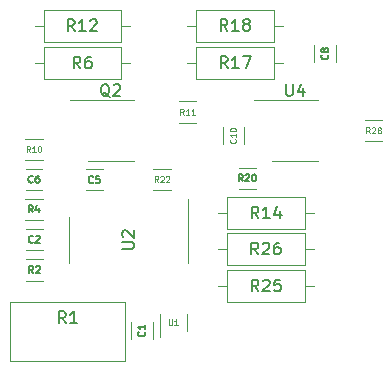
<source format=gbr>
%TF.GenerationSoftware,KiCad,Pcbnew,6.0.7-f9a2dced07~116~ubuntu20.04.1*%
%TF.CreationDate,2022-08-17T00:13:38+02:00*%
%TF.ProjectId,NVM-Amp,4e564d2d-416d-4702-9e6b-696361645f70,rev?*%
%TF.SameCoordinates,Original*%
%TF.FileFunction,Legend,Top*%
%TF.FilePolarity,Positive*%
%FSLAX46Y46*%
G04 Gerber Fmt 4.6, Leading zero omitted, Abs format (unit mm)*
G04 Created by KiCad (PCBNEW 6.0.7-f9a2dced07~116~ubuntu20.04.1) date 2022-08-17 00:13:38*
%MOMM*%
%LPD*%
G01*
G04 APERTURE LIST*
%ADD10C,0.150000*%
%ADD11C,0.125000*%
%ADD12C,0.120000*%
G04 APERTURE END LIST*
D10*
%TO.C,R14*%
X224357142Y-133027380D02*
X224023809Y-132551190D01*
X223785714Y-133027380D02*
X223785714Y-132027380D01*
X224166666Y-132027380D01*
X224261904Y-132075000D01*
X224309523Y-132122619D01*
X224357142Y-132217857D01*
X224357142Y-132360714D01*
X224309523Y-132455952D01*
X224261904Y-132503571D01*
X224166666Y-132551190D01*
X223785714Y-132551190D01*
X225309523Y-133027380D02*
X224738095Y-133027380D01*
X225023809Y-133027380D02*
X225023809Y-132027380D01*
X224928571Y-132170238D01*
X224833333Y-132265476D01*
X224738095Y-132313095D01*
X226166666Y-132360714D02*
X226166666Y-133027380D01*
X225928571Y-131979761D02*
X225690476Y-132694047D01*
X226309523Y-132694047D01*
%TO.C,R6*%
X209283333Y-120327380D02*
X208950000Y-119851190D01*
X208711904Y-120327380D02*
X208711904Y-119327380D01*
X209092857Y-119327380D01*
X209188095Y-119375000D01*
X209235714Y-119422619D01*
X209283333Y-119517857D01*
X209283333Y-119660714D01*
X209235714Y-119755952D01*
X209188095Y-119803571D01*
X209092857Y-119851190D01*
X208711904Y-119851190D01*
X210140476Y-119327380D02*
X209950000Y-119327380D01*
X209854761Y-119375000D01*
X209807142Y-119422619D01*
X209711904Y-119565476D01*
X209664285Y-119755952D01*
X209664285Y-120136904D01*
X209711904Y-120232142D01*
X209759523Y-120279761D01*
X209854761Y-120327380D01*
X210045238Y-120327380D01*
X210140476Y-120279761D01*
X210188095Y-120232142D01*
X210235714Y-120136904D01*
X210235714Y-119898809D01*
X210188095Y-119803571D01*
X210140476Y-119755952D01*
X210045238Y-119708333D01*
X209854761Y-119708333D01*
X209759523Y-119755952D01*
X209711904Y-119803571D01*
X209664285Y-119898809D01*
%TO.C,C8*%
X230214285Y-119175000D02*
X230242857Y-119203571D01*
X230271428Y-119289285D01*
X230271428Y-119346428D01*
X230242857Y-119432142D01*
X230185714Y-119489285D01*
X230128571Y-119517857D01*
X230014285Y-119546428D01*
X229928571Y-119546428D01*
X229814285Y-119517857D01*
X229757142Y-119489285D01*
X229700000Y-119432142D01*
X229671428Y-119346428D01*
X229671428Y-119289285D01*
X229700000Y-119203571D01*
X229728571Y-119175000D01*
X229928571Y-118832142D02*
X229900000Y-118889285D01*
X229871428Y-118917857D01*
X229814285Y-118946428D01*
X229785714Y-118946428D01*
X229728571Y-118917857D01*
X229700000Y-118889285D01*
X229671428Y-118832142D01*
X229671428Y-118717857D01*
X229700000Y-118660714D01*
X229728571Y-118632142D01*
X229785714Y-118603571D01*
X229814285Y-118603571D01*
X229871428Y-118632142D01*
X229900000Y-118660714D01*
X229928571Y-118717857D01*
X229928571Y-118832142D01*
X229957142Y-118889285D01*
X229985714Y-118917857D01*
X230042857Y-118946428D01*
X230157142Y-118946428D01*
X230214285Y-118917857D01*
X230242857Y-118889285D01*
X230271428Y-118832142D01*
X230271428Y-118717857D01*
X230242857Y-118660714D01*
X230214285Y-118632142D01*
X230157142Y-118603571D01*
X230042857Y-118603571D01*
X229985714Y-118632142D01*
X229957142Y-118660714D01*
X229928571Y-118717857D01*
D11*
%TO.C,R22*%
X215866071Y-129951190D02*
X215699404Y-129713095D01*
X215580357Y-129951190D02*
X215580357Y-129451190D01*
X215770833Y-129451190D01*
X215818452Y-129475000D01*
X215842261Y-129498809D01*
X215866071Y-129546428D01*
X215866071Y-129617857D01*
X215842261Y-129665476D01*
X215818452Y-129689285D01*
X215770833Y-129713095D01*
X215580357Y-129713095D01*
X216056547Y-129498809D02*
X216080357Y-129475000D01*
X216127976Y-129451190D01*
X216247023Y-129451190D01*
X216294642Y-129475000D01*
X216318452Y-129498809D01*
X216342261Y-129546428D01*
X216342261Y-129594047D01*
X216318452Y-129665476D01*
X216032738Y-129951190D01*
X216342261Y-129951190D01*
X216532738Y-129498809D02*
X216556547Y-129475000D01*
X216604166Y-129451190D01*
X216723214Y-129451190D01*
X216770833Y-129475000D01*
X216794642Y-129498809D01*
X216818452Y-129546428D01*
X216818452Y-129594047D01*
X216794642Y-129665476D01*
X216508928Y-129951190D01*
X216818452Y-129951190D01*
D10*
%TO.C,R4*%
X205250000Y-132521428D02*
X205050000Y-132235714D01*
X204907142Y-132521428D02*
X204907142Y-131921428D01*
X205135714Y-131921428D01*
X205192857Y-131950000D01*
X205221428Y-131978571D01*
X205250000Y-132035714D01*
X205250000Y-132121428D01*
X205221428Y-132178571D01*
X205192857Y-132207142D01*
X205135714Y-132235714D01*
X204907142Y-132235714D01*
X205764285Y-132121428D02*
X205764285Y-132521428D01*
X205621428Y-131892857D02*
X205478571Y-132321428D01*
X205850000Y-132321428D01*
%TO.C,R1*%
X208033333Y-141902380D02*
X207700000Y-141426190D01*
X207461904Y-141902380D02*
X207461904Y-140902380D01*
X207842857Y-140902380D01*
X207938095Y-140950000D01*
X207985714Y-140997619D01*
X208033333Y-141092857D01*
X208033333Y-141235714D01*
X207985714Y-141330952D01*
X207938095Y-141378571D01*
X207842857Y-141426190D01*
X207461904Y-141426190D01*
X208985714Y-141902380D02*
X208414285Y-141902380D01*
X208700000Y-141902380D02*
X208700000Y-140902380D01*
X208604761Y-141045238D01*
X208509523Y-141140476D01*
X208414285Y-141188095D01*
%TO.C,R25*%
X224357142Y-139202380D02*
X224023809Y-138726190D01*
X223785714Y-139202380D02*
X223785714Y-138202380D01*
X224166666Y-138202380D01*
X224261904Y-138250000D01*
X224309523Y-138297619D01*
X224357142Y-138392857D01*
X224357142Y-138535714D01*
X224309523Y-138630952D01*
X224261904Y-138678571D01*
X224166666Y-138726190D01*
X223785714Y-138726190D01*
X224738095Y-138297619D02*
X224785714Y-138250000D01*
X224880952Y-138202380D01*
X225119047Y-138202380D01*
X225214285Y-138250000D01*
X225261904Y-138297619D01*
X225309523Y-138392857D01*
X225309523Y-138488095D01*
X225261904Y-138630952D01*
X224690476Y-139202380D01*
X225309523Y-139202380D01*
X226214285Y-138202380D02*
X225738095Y-138202380D01*
X225690476Y-138678571D01*
X225738095Y-138630952D01*
X225833333Y-138583333D01*
X226071428Y-138583333D01*
X226166666Y-138630952D01*
X226214285Y-138678571D01*
X226261904Y-138773809D01*
X226261904Y-139011904D01*
X226214285Y-139107142D01*
X226166666Y-139154761D01*
X226071428Y-139202380D01*
X225833333Y-139202380D01*
X225738095Y-139154761D01*
X225690476Y-139107142D01*
%TO.C,U4*%
X226688095Y-121652380D02*
X226688095Y-122461904D01*
X226735714Y-122557142D01*
X226783333Y-122604761D01*
X226878571Y-122652380D01*
X227069047Y-122652380D01*
X227164285Y-122604761D01*
X227211904Y-122557142D01*
X227259523Y-122461904D01*
X227259523Y-121652380D01*
X228164285Y-121985714D02*
X228164285Y-122652380D01*
X227926190Y-121604761D02*
X227688095Y-122319047D01*
X228307142Y-122319047D01*
%TO.C,U2*%
X212802380Y-135611904D02*
X213611904Y-135611904D01*
X213707142Y-135564285D01*
X213754761Y-135516666D01*
X213802380Y-135421428D01*
X213802380Y-135230952D01*
X213754761Y-135135714D01*
X213707142Y-135088095D01*
X213611904Y-135040476D01*
X212802380Y-135040476D01*
X212897619Y-134611904D02*
X212850000Y-134564285D01*
X212802380Y-134469047D01*
X212802380Y-134230952D01*
X212850000Y-134135714D01*
X212897619Y-134088095D01*
X212992857Y-134040476D01*
X213088095Y-134040476D01*
X213230952Y-134088095D01*
X213802380Y-134659523D01*
X213802380Y-134040476D01*
%TO.C,R20*%
X223014285Y-129896428D02*
X222814285Y-129610714D01*
X222671428Y-129896428D02*
X222671428Y-129296428D01*
X222900000Y-129296428D01*
X222957142Y-129325000D01*
X222985714Y-129353571D01*
X223014285Y-129410714D01*
X223014285Y-129496428D01*
X222985714Y-129553571D01*
X222957142Y-129582142D01*
X222900000Y-129610714D01*
X222671428Y-129610714D01*
X223242857Y-129353571D02*
X223271428Y-129325000D01*
X223328571Y-129296428D01*
X223471428Y-129296428D01*
X223528571Y-129325000D01*
X223557142Y-129353571D01*
X223585714Y-129410714D01*
X223585714Y-129467857D01*
X223557142Y-129553571D01*
X223214285Y-129896428D01*
X223585714Y-129896428D01*
X223957142Y-129296428D02*
X224014285Y-129296428D01*
X224071428Y-129325000D01*
X224100000Y-129353571D01*
X224128571Y-129410714D01*
X224157142Y-129525000D01*
X224157142Y-129667857D01*
X224128571Y-129782142D01*
X224100000Y-129839285D01*
X224071428Y-129867857D01*
X224014285Y-129896428D01*
X223957142Y-129896428D01*
X223900000Y-129867857D01*
X223871428Y-129839285D01*
X223842857Y-129782142D01*
X223814285Y-129667857D01*
X223814285Y-129525000D01*
X223842857Y-129410714D01*
X223871428Y-129353571D01*
X223900000Y-129325000D01*
X223957142Y-129296428D01*
D11*
%TO.C,U1*%
X216744047Y-141576190D02*
X216744047Y-141980952D01*
X216767857Y-142028571D01*
X216791666Y-142052380D01*
X216839285Y-142076190D01*
X216934523Y-142076190D01*
X216982142Y-142052380D01*
X217005952Y-142028571D01*
X217029761Y-141980952D01*
X217029761Y-141576190D01*
X217529761Y-142076190D02*
X217244047Y-142076190D01*
X217386904Y-142076190D02*
X217386904Y-141576190D01*
X217339285Y-141647619D01*
X217291666Y-141695238D01*
X217244047Y-141719047D01*
D10*
%TO.C,C2*%
X205275000Y-135014285D02*
X205246428Y-135042857D01*
X205160714Y-135071428D01*
X205103571Y-135071428D01*
X205017857Y-135042857D01*
X204960714Y-134985714D01*
X204932142Y-134928571D01*
X204903571Y-134814285D01*
X204903571Y-134728571D01*
X204932142Y-134614285D01*
X204960714Y-134557142D01*
X205017857Y-134500000D01*
X205103571Y-134471428D01*
X205160714Y-134471428D01*
X205246428Y-134500000D01*
X205275000Y-134528571D01*
X205503571Y-134528571D02*
X205532142Y-134500000D01*
X205589285Y-134471428D01*
X205732142Y-134471428D01*
X205789285Y-134500000D01*
X205817857Y-134528571D01*
X205846428Y-134585714D01*
X205846428Y-134642857D01*
X205817857Y-134728571D01*
X205475000Y-135071428D01*
X205846428Y-135071428D01*
D11*
%TO.C,R11*%
X218028571Y-124251190D02*
X217861904Y-124013095D01*
X217742857Y-124251190D02*
X217742857Y-123751190D01*
X217933333Y-123751190D01*
X217980952Y-123775000D01*
X218004761Y-123798809D01*
X218028571Y-123846428D01*
X218028571Y-123917857D01*
X218004761Y-123965476D01*
X217980952Y-123989285D01*
X217933333Y-124013095D01*
X217742857Y-124013095D01*
X218504761Y-124251190D02*
X218219047Y-124251190D01*
X218361904Y-124251190D02*
X218361904Y-123751190D01*
X218314285Y-123822619D01*
X218266666Y-123870238D01*
X218219047Y-123894047D01*
X218980952Y-124251190D02*
X218695238Y-124251190D01*
X218838095Y-124251190D02*
X218838095Y-123751190D01*
X218790476Y-123822619D01*
X218742857Y-123870238D01*
X218695238Y-123894047D01*
D10*
%TO.C,Q2*%
X211754761Y-122747619D02*
X211659523Y-122700000D01*
X211564285Y-122604761D01*
X211421428Y-122461904D01*
X211326190Y-122414285D01*
X211230952Y-122414285D01*
X211278571Y-122652380D02*
X211183333Y-122604761D01*
X211088095Y-122509523D01*
X211040476Y-122319047D01*
X211040476Y-121985714D01*
X211088095Y-121795238D01*
X211183333Y-121700000D01*
X211278571Y-121652380D01*
X211469047Y-121652380D01*
X211564285Y-121700000D01*
X211659523Y-121795238D01*
X211707142Y-121985714D01*
X211707142Y-122319047D01*
X211659523Y-122509523D01*
X211564285Y-122604761D01*
X211469047Y-122652380D01*
X211278571Y-122652380D01*
X212088095Y-121747619D02*
X212135714Y-121700000D01*
X212230952Y-121652380D01*
X212469047Y-121652380D01*
X212564285Y-121700000D01*
X212611904Y-121747619D01*
X212659523Y-121842857D01*
X212659523Y-121938095D01*
X212611904Y-122080952D01*
X212040476Y-122652380D01*
X212659523Y-122652380D01*
%TO.C,R12*%
X208782142Y-117177380D02*
X208448809Y-116701190D01*
X208210714Y-117177380D02*
X208210714Y-116177380D01*
X208591666Y-116177380D01*
X208686904Y-116225000D01*
X208734523Y-116272619D01*
X208782142Y-116367857D01*
X208782142Y-116510714D01*
X208734523Y-116605952D01*
X208686904Y-116653571D01*
X208591666Y-116701190D01*
X208210714Y-116701190D01*
X209734523Y-117177380D02*
X209163095Y-117177380D01*
X209448809Y-117177380D02*
X209448809Y-116177380D01*
X209353571Y-116320238D01*
X209258333Y-116415476D01*
X209163095Y-116463095D01*
X210115476Y-116272619D02*
X210163095Y-116225000D01*
X210258333Y-116177380D01*
X210496428Y-116177380D01*
X210591666Y-116225000D01*
X210639285Y-116272619D01*
X210686904Y-116367857D01*
X210686904Y-116463095D01*
X210639285Y-116605952D01*
X210067857Y-117177380D01*
X210686904Y-117177380D01*
%TO.C,R2*%
X205287500Y-137646428D02*
X205087500Y-137360714D01*
X204944642Y-137646428D02*
X204944642Y-137046428D01*
X205173214Y-137046428D01*
X205230357Y-137075000D01*
X205258928Y-137103571D01*
X205287500Y-137160714D01*
X205287500Y-137246428D01*
X205258928Y-137303571D01*
X205230357Y-137332142D01*
X205173214Y-137360714D01*
X204944642Y-137360714D01*
X205516071Y-137103571D02*
X205544642Y-137075000D01*
X205601785Y-137046428D01*
X205744642Y-137046428D01*
X205801785Y-137075000D01*
X205830357Y-137103571D01*
X205858928Y-137160714D01*
X205858928Y-137217857D01*
X205830357Y-137303571D01*
X205487500Y-137646428D01*
X205858928Y-137646428D01*
%TO.C,R17*%
X221737142Y-120302380D02*
X221403809Y-119826190D01*
X221165714Y-120302380D02*
X221165714Y-119302380D01*
X221546666Y-119302380D01*
X221641904Y-119350000D01*
X221689523Y-119397619D01*
X221737142Y-119492857D01*
X221737142Y-119635714D01*
X221689523Y-119730952D01*
X221641904Y-119778571D01*
X221546666Y-119826190D01*
X221165714Y-119826190D01*
X222689523Y-120302380D02*
X222118095Y-120302380D01*
X222403809Y-120302380D02*
X222403809Y-119302380D01*
X222308571Y-119445238D01*
X222213333Y-119540476D01*
X222118095Y-119588095D01*
X223022857Y-119302380D02*
X223689523Y-119302380D01*
X223260952Y-120302380D01*
%TO.C,R26*%
X224327142Y-136077380D02*
X223993809Y-135601190D01*
X223755714Y-136077380D02*
X223755714Y-135077380D01*
X224136666Y-135077380D01*
X224231904Y-135125000D01*
X224279523Y-135172619D01*
X224327142Y-135267857D01*
X224327142Y-135410714D01*
X224279523Y-135505952D01*
X224231904Y-135553571D01*
X224136666Y-135601190D01*
X223755714Y-135601190D01*
X224708095Y-135172619D02*
X224755714Y-135125000D01*
X224850952Y-135077380D01*
X225089047Y-135077380D01*
X225184285Y-135125000D01*
X225231904Y-135172619D01*
X225279523Y-135267857D01*
X225279523Y-135363095D01*
X225231904Y-135505952D01*
X224660476Y-136077380D01*
X225279523Y-136077380D01*
X226136666Y-135077380D02*
X225946190Y-135077380D01*
X225850952Y-135125000D01*
X225803333Y-135172619D01*
X225708095Y-135315476D01*
X225660476Y-135505952D01*
X225660476Y-135886904D01*
X225708095Y-135982142D01*
X225755714Y-136029761D01*
X225850952Y-136077380D01*
X226041428Y-136077380D01*
X226136666Y-136029761D01*
X226184285Y-135982142D01*
X226231904Y-135886904D01*
X226231904Y-135648809D01*
X226184285Y-135553571D01*
X226136666Y-135505952D01*
X226041428Y-135458333D01*
X225850952Y-135458333D01*
X225755714Y-135505952D01*
X225708095Y-135553571D01*
X225660476Y-135648809D01*
%TO.C,C1*%
X214714285Y-142625000D02*
X214742857Y-142653571D01*
X214771428Y-142739285D01*
X214771428Y-142796428D01*
X214742857Y-142882142D01*
X214685714Y-142939285D01*
X214628571Y-142967857D01*
X214514285Y-142996428D01*
X214428571Y-142996428D01*
X214314285Y-142967857D01*
X214257142Y-142939285D01*
X214200000Y-142882142D01*
X214171428Y-142796428D01*
X214171428Y-142739285D01*
X214200000Y-142653571D01*
X214228571Y-142625000D01*
X214771428Y-142053571D02*
X214771428Y-142396428D01*
X214771428Y-142225000D02*
X214171428Y-142225000D01*
X214257142Y-142282142D01*
X214314285Y-142339285D01*
X214342857Y-142396428D01*
D11*
%TO.C,C10*%
X222403571Y-126321428D02*
X222427380Y-126345238D01*
X222451190Y-126416666D01*
X222451190Y-126464285D01*
X222427380Y-126535714D01*
X222379761Y-126583333D01*
X222332142Y-126607142D01*
X222236904Y-126630952D01*
X222165476Y-126630952D01*
X222070238Y-126607142D01*
X222022619Y-126583333D01*
X221975000Y-126535714D01*
X221951190Y-126464285D01*
X221951190Y-126416666D01*
X221975000Y-126345238D01*
X221998809Y-126321428D01*
X222451190Y-125845238D02*
X222451190Y-126130952D01*
X222451190Y-125988095D02*
X221951190Y-125988095D01*
X222022619Y-126035714D01*
X222070238Y-126083333D01*
X222094047Y-126130952D01*
X221951190Y-125535714D02*
X221951190Y-125488095D01*
X221975000Y-125440476D01*
X221998809Y-125416666D01*
X222046428Y-125392857D01*
X222141666Y-125369047D01*
X222260714Y-125369047D01*
X222355952Y-125392857D01*
X222403571Y-125416666D01*
X222427380Y-125440476D01*
X222451190Y-125488095D01*
X222451190Y-125535714D01*
X222427380Y-125583333D01*
X222403571Y-125607142D01*
X222355952Y-125630952D01*
X222260714Y-125654761D01*
X222141666Y-125654761D01*
X222046428Y-125630952D01*
X221998809Y-125607142D01*
X221975000Y-125583333D01*
X221951190Y-125535714D01*
D10*
%TO.C,C5*%
X210350000Y-129964285D02*
X210321428Y-129992857D01*
X210235714Y-130021428D01*
X210178571Y-130021428D01*
X210092857Y-129992857D01*
X210035714Y-129935714D01*
X210007142Y-129878571D01*
X209978571Y-129764285D01*
X209978571Y-129678571D01*
X210007142Y-129564285D01*
X210035714Y-129507142D01*
X210092857Y-129450000D01*
X210178571Y-129421428D01*
X210235714Y-129421428D01*
X210321428Y-129450000D01*
X210350000Y-129478571D01*
X210892857Y-129421428D02*
X210607142Y-129421428D01*
X210578571Y-129707142D01*
X210607142Y-129678571D01*
X210664285Y-129650000D01*
X210807142Y-129650000D01*
X210864285Y-129678571D01*
X210892857Y-129707142D01*
X210921428Y-129764285D01*
X210921428Y-129907142D01*
X210892857Y-129964285D01*
X210864285Y-129992857D01*
X210807142Y-130021428D01*
X210664285Y-130021428D01*
X210607142Y-129992857D01*
X210578571Y-129964285D01*
D11*
%TO.C,R10*%
X205003571Y-127401190D02*
X204836904Y-127163095D01*
X204717857Y-127401190D02*
X204717857Y-126901190D01*
X204908333Y-126901190D01*
X204955952Y-126925000D01*
X204979761Y-126948809D01*
X205003571Y-126996428D01*
X205003571Y-127067857D01*
X204979761Y-127115476D01*
X204955952Y-127139285D01*
X204908333Y-127163095D01*
X204717857Y-127163095D01*
X205479761Y-127401190D02*
X205194047Y-127401190D01*
X205336904Y-127401190D02*
X205336904Y-126901190D01*
X205289285Y-126972619D01*
X205241666Y-127020238D01*
X205194047Y-127044047D01*
X205789285Y-126901190D02*
X205836904Y-126901190D01*
X205884523Y-126925000D01*
X205908333Y-126948809D01*
X205932142Y-126996428D01*
X205955952Y-127091666D01*
X205955952Y-127210714D01*
X205932142Y-127305952D01*
X205908333Y-127353571D01*
X205884523Y-127377380D01*
X205836904Y-127401190D01*
X205789285Y-127401190D01*
X205741666Y-127377380D01*
X205717857Y-127353571D01*
X205694047Y-127305952D01*
X205670238Y-127210714D01*
X205670238Y-127091666D01*
X205694047Y-126996428D01*
X205717857Y-126948809D01*
X205741666Y-126925000D01*
X205789285Y-126901190D01*
D10*
%TO.C,C6*%
X205250000Y-129939285D02*
X205221428Y-129967857D01*
X205135714Y-129996428D01*
X205078571Y-129996428D01*
X204992857Y-129967857D01*
X204935714Y-129910714D01*
X204907142Y-129853571D01*
X204878571Y-129739285D01*
X204878571Y-129653571D01*
X204907142Y-129539285D01*
X204935714Y-129482142D01*
X204992857Y-129425000D01*
X205078571Y-129396428D01*
X205135714Y-129396428D01*
X205221428Y-129425000D01*
X205250000Y-129453571D01*
X205764285Y-129396428D02*
X205650000Y-129396428D01*
X205592857Y-129425000D01*
X205564285Y-129453571D01*
X205507142Y-129539285D01*
X205478571Y-129653571D01*
X205478571Y-129882142D01*
X205507142Y-129939285D01*
X205535714Y-129967857D01*
X205592857Y-129996428D01*
X205707142Y-129996428D01*
X205764285Y-129967857D01*
X205792857Y-129939285D01*
X205821428Y-129882142D01*
X205821428Y-129739285D01*
X205792857Y-129682142D01*
X205764285Y-129653571D01*
X205707142Y-129625000D01*
X205592857Y-129625000D01*
X205535714Y-129653571D01*
X205507142Y-129682142D01*
X205478571Y-129739285D01*
%TO.C,R18*%
X221732142Y-117152380D02*
X221398809Y-116676190D01*
X221160714Y-117152380D02*
X221160714Y-116152380D01*
X221541666Y-116152380D01*
X221636904Y-116200000D01*
X221684523Y-116247619D01*
X221732142Y-116342857D01*
X221732142Y-116485714D01*
X221684523Y-116580952D01*
X221636904Y-116628571D01*
X221541666Y-116676190D01*
X221160714Y-116676190D01*
X222684523Y-117152380D02*
X222113095Y-117152380D01*
X222398809Y-117152380D02*
X222398809Y-116152380D01*
X222303571Y-116295238D01*
X222208333Y-116390476D01*
X222113095Y-116438095D01*
X223255952Y-116580952D02*
X223160714Y-116533333D01*
X223113095Y-116485714D01*
X223065476Y-116390476D01*
X223065476Y-116342857D01*
X223113095Y-116247619D01*
X223160714Y-116200000D01*
X223255952Y-116152380D01*
X223446428Y-116152380D01*
X223541666Y-116200000D01*
X223589285Y-116247619D01*
X223636904Y-116342857D01*
X223636904Y-116390476D01*
X223589285Y-116485714D01*
X223541666Y-116533333D01*
X223446428Y-116580952D01*
X223255952Y-116580952D01*
X223160714Y-116628571D01*
X223113095Y-116676190D01*
X223065476Y-116771428D01*
X223065476Y-116961904D01*
X223113095Y-117057142D01*
X223160714Y-117104761D01*
X223255952Y-117152380D01*
X223446428Y-117152380D01*
X223541666Y-117104761D01*
X223589285Y-117057142D01*
X223636904Y-116961904D01*
X223636904Y-116771428D01*
X223589285Y-116676190D01*
X223541666Y-116628571D01*
X223446428Y-116580952D01*
D11*
%TO.C,R28*%
X233778571Y-125826190D02*
X233611904Y-125588095D01*
X233492857Y-125826190D02*
X233492857Y-125326190D01*
X233683333Y-125326190D01*
X233730952Y-125350000D01*
X233754761Y-125373809D01*
X233778571Y-125421428D01*
X233778571Y-125492857D01*
X233754761Y-125540476D01*
X233730952Y-125564285D01*
X233683333Y-125588095D01*
X233492857Y-125588095D01*
X233969047Y-125373809D02*
X233992857Y-125350000D01*
X234040476Y-125326190D01*
X234159523Y-125326190D01*
X234207142Y-125350000D01*
X234230952Y-125373809D01*
X234254761Y-125421428D01*
X234254761Y-125469047D01*
X234230952Y-125540476D01*
X233945238Y-125826190D01*
X234254761Y-125826190D01*
X234540476Y-125540476D02*
X234492857Y-125516666D01*
X234469047Y-125492857D01*
X234445238Y-125445238D01*
X234445238Y-125421428D01*
X234469047Y-125373809D01*
X234492857Y-125350000D01*
X234540476Y-125326190D01*
X234635714Y-125326190D01*
X234683333Y-125350000D01*
X234707142Y-125373809D01*
X234730952Y-125421428D01*
X234730952Y-125445238D01*
X234707142Y-125492857D01*
X234683333Y-125516666D01*
X234635714Y-125540476D01*
X234540476Y-125540476D01*
X234492857Y-125564285D01*
X234469047Y-125588095D01*
X234445238Y-125635714D01*
X234445238Y-125730952D01*
X234469047Y-125778571D01*
X234492857Y-125802380D01*
X234540476Y-125826190D01*
X234635714Y-125826190D01*
X234683333Y-125802380D01*
X234707142Y-125778571D01*
X234730952Y-125730952D01*
X234730952Y-125635714D01*
X234707142Y-125588095D01*
X234683333Y-125564285D01*
X234635714Y-125540476D01*
D12*
%TO.C,R14*%
X221730000Y-131205000D02*
X221730000Y-133945000D01*
X228270000Y-131205000D02*
X221730000Y-131205000D01*
X228270000Y-133945000D02*
X228270000Y-131205000D01*
X220960000Y-132575000D02*
X221730000Y-132575000D01*
X229040000Y-132575000D02*
X228270000Y-132575000D01*
X221730000Y-133945000D02*
X228270000Y-133945000D01*
%TO.C,R6*%
X212715000Y-121245000D02*
X212715000Y-118505000D01*
X212715000Y-118505000D02*
X206175000Y-118505000D01*
X206175000Y-118505000D02*
X206175000Y-121245000D01*
X206175000Y-121245000D02*
X212715000Y-121245000D01*
X213485000Y-119875000D02*
X212715000Y-119875000D01*
X205405000Y-119875000D02*
X206175000Y-119875000D01*
%TO.C,C8*%
X229090000Y-118363748D02*
X229090000Y-119786252D01*
X230910000Y-118363748D02*
X230910000Y-119786252D01*
%TO.C,R22*%
X215460436Y-128815000D02*
X216914564Y-128815000D01*
X215460436Y-130635000D02*
X216914564Y-130635000D01*
%TO.C,R4*%
X206077064Y-133160000D02*
X204622936Y-133160000D01*
X206077064Y-131340000D02*
X204622936Y-131340000D01*
%TO.C,R1*%
X213095000Y-140065000D02*
X213095000Y-145135000D01*
X203325000Y-140065000D02*
X203325000Y-145135000D01*
X203325000Y-140065000D02*
X213095000Y-140065000D01*
X203325000Y-145135000D02*
X213095000Y-145135000D01*
%TO.C,R25*%
X229040000Y-138750000D02*
X228270000Y-138750000D01*
X221730000Y-140120000D02*
X228270000Y-140120000D01*
X228270000Y-140120000D02*
X228270000Y-137380000D01*
X221730000Y-137380000D02*
X221730000Y-140120000D01*
X228270000Y-137380000D02*
X221730000Y-137380000D01*
X220960000Y-138750000D02*
X221730000Y-138750000D01*
%TO.C,U4*%
X227450000Y-123040000D02*
X224000000Y-123040000D01*
X227450000Y-128160000D02*
X225500000Y-128160000D01*
X227450000Y-123040000D02*
X229400000Y-123040000D01*
X227450000Y-128160000D02*
X229400000Y-128160000D01*
%TO.C,U2*%
X208290000Y-134850000D02*
X208290000Y-132900000D01*
X218410000Y-134850000D02*
X218410000Y-131400000D01*
X208290000Y-134850000D02*
X208290000Y-136800000D01*
X218410000Y-134850000D02*
X218410000Y-136800000D01*
%TO.C,R20*%
X222672936Y-130535000D02*
X224127064Y-130535000D01*
X222672936Y-128715000D02*
X224127064Y-128715000D01*
%TO.C,U1*%
X215990000Y-141150000D02*
X215990000Y-143050000D01*
X218310000Y-142550000D02*
X218310000Y-141150000D01*
%TO.C,C2*%
X204663748Y-135710000D02*
X206086252Y-135710000D01*
X204663748Y-133890000D02*
X206086252Y-133890000D01*
%TO.C,R11*%
X217622936Y-124935000D02*
X219077064Y-124935000D01*
X217622936Y-123115000D02*
X219077064Y-123115000D01*
%TO.C,Q2*%
X211850000Y-128160000D02*
X209900000Y-128160000D01*
X211850000Y-123040000D02*
X208400000Y-123040000D01*
X211850000Y-128160000D02*
X213800000Y-128160000D01*
X211850000Y-123040000D02*
X213800000Y-123040000D01*
%TO.C,R12*%
X206180000Y-115355000D02*
X206180000Y-118095000D01*
X205410000Y-116725000D02*
X206180000Y-116725000D01*
X212720000Y-115355000D02*
X206180000Y-115355000D01*
X212720000Y-118095000D02*
X212720000Y-115355000D01*
X206180000Y-118095000D02*
X212720000Y-118095000D01*
X213490000Y-116725000D02*
X212720000Y-116725000D01*
%TO.C,R2*%
X204660436Y-138285000D02*
X206114564Y-138285000D01*
X204660436Y-136465000D02*
X206114564Y-136465000D01*
%TO.C,R17*%
X219105000Y-121245000D02*
X225645000Y-121245000D01*
X225645000Y-121245000D02*
X225645000Y-118505000D01*
X219105000Y-118505000D02*
X219105000Y-121245000D01*
X225645000Y-118505000D02*
X219105000Y-118505000D01*
X218335000Y-119875000D02*
X219105000Y-119875000D01*
X226415000Y-119875000D02*
X225645000Y-119875000D01*
%TO.C,R26*%
X228270000Y-134230000D02*
X221730000Y-134230000D01*
X221730000Y-136970000D02*
X228270000Y-136970000D01*
X220960000Y-135600000D02*
X221730000Y-135600000D01*
X229040000Y-135600000D02*
X228270000Y-135600000D01*
X228270000Y-136970000D02*
X228270000Y-134230000D01*
X221730000Y-134230000D02*
X221730000Y-136970000D01*
%TO.C,C1*%
X215410000Y-141813748D02*
X215410000Y-143236252D01*
X213590000Y-141813748D02*
X213590000Y-143236252D01*
%TO.C,C10*%
X223160000Y-125288748D02*
X223160000Y-126711252D01*
X221340000Y-125288748D02*
X221340000Y-126711252D01*
%TO.C,C5*%
X211161252Y-130660000D02*
X209738748Y-130660000D01*
X211161252Y-128840000D02*
X209738748Y-128840000D01*
%TO.C,R10*%
X204622936Y-126265000D02*
X206077064Y-126265000D01*
X204622936Y-128085000D02*
X206077064Y-128085000D01*
%TO.C,C6*%
X204638748Y-128815000D02*
X206061252Y-128815000D01*
X204638748Y-130635000D02*
X206061252Y-130635000D01*
%TO.C,R18*%
X226415000Y-116725000D02*
X225645000Y-116725000D01*
X225645000Y-115355000D02*
X219105000Y-115355000D01*
X219105000Y-115355000D02*
X219105000Y-118095000D01*
X225645000Y-118095000D02*
X225645000Y-115355000D01*
X219105000Y-118095000D02*
X225645000Y-118095000D01*
X218335000Y-116725000D02*
X219105000Y-116725000D01*
%TO.C,R28*%
X233372936Y-124690000D02*
X234827064Y-124690000D01*
X233372936Y-126510000D02*
X234827064Y-126510000D01*
%TD*%
M02*

</source>
